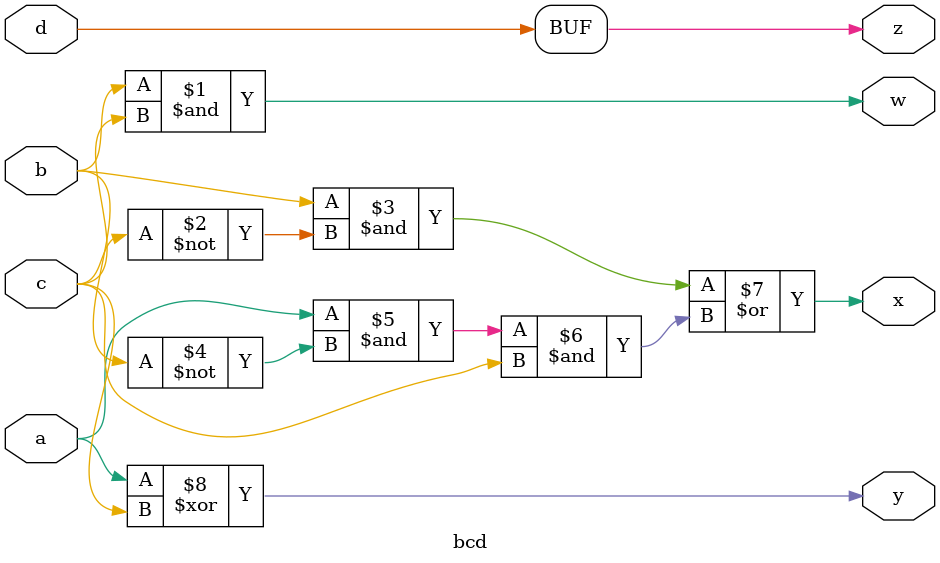
<source format=v>
module bcd(a,b,c,d,w,x,y,z);
  input a,b,c,d;
  output w,x,y,z;

  //Data-flow modelling
  assign w = b&c;
  assign x = b&~c | a&~b&c;
  assign y = a^c;
  assign z = d;

  // //Gate-flow modelling
  // wire notc.notb,and1,and2,notd;
  // and(w,b,c);
  // not(notc,c);
  // not(notb,b);
  // and(and1,b,notc);
  // and(and2,a,notb,c);
  // or(x,and1,and2);
  // xor(y,a,c);
  // not(notd,d);
  // not(z,notd);

endmodule
</source>
